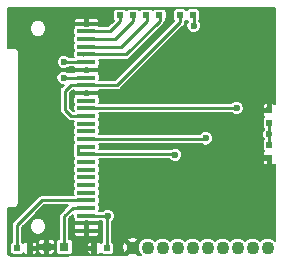
<source format=gbr>
G04 #@! TF.GenerationSoftware,KiCad,Pcbnew,(5.0.1-3-g963ef8bb5)*
G04 #@! TF.CreationDate,2019-06-18T14:48:21-10:00*
G04 #@! TF.ProjectId,OpenHAK_Display,4F70656E48414B5F446973706C61792E,rev?*
G04 #@! TF.SameCoordinates,Original*
G04 #@! TF.FileFunction,Copper,L2,Bot,Signal*
G04 #@! TF.FilePolarity,Positive*
%FSLAX46Y46*%
G04 Gerber Fmt 4.6, Leading zero omitted, Abs format (unit mm)*
G04 Created by KiCad (PCBNEW (5.0.1-3-g963ef8bb5)) date Tuesday, June 18, 2019 at 02:48:21 PM*
%MOMM*%
%LPD*%
G01*
G04 APERTURE LIST*
G04 #@! TA.AperFunction,ComponentPad*
%ADD10C,1.100000*%
G04 #@! TD*
G04 #@! TA.AperFunction,SMDPad,CuDef*
%ADD11R,1.600000X0.350000*%
G04 #@! TD*
G04 #@! TA.AperFunction,SMDPad,CuDef*
%ADD12R,0.600000X0.500000*%
G04 #@! TD*
G04 #@! TA.AperFunction,SMDPad,CuDef*
%ADD13R,0.500000X0.600000*%
G04 #@! TD*
G04 #@! TA.AperFunction,SMDPad,CuDef*
%ADD14R,0.800000X0.750000*%
G04 #@! TD*
G04 #@! TA.AperFunction,ViaPad*
%ADD15C,0.600000*%
G04 #@! TD*
G04 #@! TA.AperFunction,Conductor*
%ADD16C,0.254000*%
G04 #@! TD*
G04 #@! TA.AperFunction,Conductor*
%ADD17C,0.250000*%
G04 #@! TD*
G04 #@! TA.AperFunction,Conductor*
%ADD18C,0.200000*%
G04 #@! TD*
G04 APERTURE END LIST*
D10*
G04 #@! TO.P,P1,10*
G04 #@! TO.N,Net-(P1-Pad10)*
X139541338Y-111940542D03*
G04 #@! TO.P,P1,9*
G04 #@! TO.N,Net-(P1-Pad9)*
X138271338Y-111940542D03*
G04 #@! TO.P,P1,8*
G04 #@! TO.N,/OLED_RST*
X137001338Y-111940542D03*
G04 #@! TO.P,P1,7*
G04 #@! TO.N,Net-(P1-Pad7)*
X135731338Y-111940542D03*
G04 #@! TO.P,P1,6*
G04 #@! TO.N,/SCL*
X134461338Y-111940542D03*
G04 #@! TO.P,P1,5*
G04 #@! TO.N,Net-(P1-Pad5)*
X133191338Y-111940542D03*
G04 #@! TO.P,P1,4*
G04 #@! TO.N,/SDA*
X131921338Y-111940542D03*
G04 #@! TO.P,P1,3*
G04 #@! TO.N,Net-(P1-Pad3)*
X130651338Y-111940542D03*
G04 #@! TO.P,P1,2*
G04 #@! TO.N,+3V3*
X129381338Y-111940542D03*
G04 #@! TO.P,P1,1*
G04 #@! TO.N,GND*
X128111338Y-111940542D03*
G04 #@! TD*
D11*
G04 #@! TO.P,LCD1,1*
G04 #@! TO.N,GND*
X124212752Y-92981959D03*
G04 #@! TO.P,LCD1,2*
G04 #@! TO.N,Net-(C1-Pad1)*
X124212752Y-93631959D03*
G04 #@! TO.P,LCD1,3*
G04 #@! TO.N,Net-(C1-Pad2)*
X124212752Y-94281959D03*
G04 #@! TO.P,LCD1,4*
G04 #@! TO.N,Net-(C2-Pad1)*
X124212752Y-94931959D03*
G04 #@! TO.P,LCD1,5*
G04 #@! TO.N,Net-(C2-Pad2)*
X124212752Y-95581959D03*
G04 #@! TO.P,LCD1,6*
G04 #@! TO.N,+3V3*
X124212752Y-96231959D03*
G04 #@! TO.P,LCD1,7*
G04 #@! TO.N,GND*
X124212752Y-96881959D03*
G04 #@! TO.P,LCD1,8*
G04 #@! TO.N,+3V3*
X124212752Y-97531959D03*
G04 #@! TO.P,LCD1,9*
G04 #@! TO.N,Net-(LCD1-Pad13)*
X124212752Y-98181959D03*
G04 #@! TO.P,LCD1,10*
G04 #@! TO.N,GND*
X124212752Y-98831959D03*
G04 #@! TO.P,LCD1,11*
G04 #@! TO.N,Net-(LCD1-Pad11)*
X124212752Y-99481959D03*
G04 #@! TO.P,LCD1,12*
G04 #@! TO.N,/OLED_RST*
X124212752Y-100131959D03*
G04 #@! TO.P,LCD1,13*
G04 #@! TO.N,Net-(LCD1-Pad13)*
X124212752Y-100781959D03*
G04 #@! TO.P,LCD1,14*
G04 #@! TO.N,Net-(LCD1-Pad14)*
X124212752Y-101431959D03*
G04 #@! TO.P,LCD1,15*
G04 #@! TO.N,Net-(LCD1-Pad15)*
X124212752Y-102081959D03*
G04 #@! TO.P,LCD1,16*
G04 #@! TO.N,/SCL*
X124212752Y-102731959D03*
G04 #@! TO.P,LCD1,17*
G04 #@! TO.N,/SDA*
X124212752Y-103381959D03*
G04 #@! TO.P,LCD1,18*
X124212752Y-104031959D03*
G04 #@! TO.P,LCD1,19*
G04 #@! TO.N,Net-(LCD1-Pad19)*
X124212752Y-104681959D03*
G04 #@! TO.P,LCD1,20*
G04 #@! TO.N,Net-(LCD1-Pad20)*
X124212752Y-105331959D03*
G04 #@! TO.P,LCD1,21*
G04 #@! TO.N,Net-(LCD1-Pad21)*
X124212752Y-105981959D03*
G04 #@! TO.P,LCD1,22*
G04 #@! TO.N,Net-(LCD1-Pad22)*
X124212752Y-106631959D03*
G04 #@! TO.P,LCD1,23*
G04 #@! TO.N,Net-(LCD1-Pad23)*
X124212752Y-107281959D03*
G04 #@! TO.P,LCD1,24*
G04 #@! TO.N,Net-(LCD1-Pad24)*
X124212752Y-107931959D03*
G04 #@! TO.P,LCD1,25*
G04 #@! TO.N,Net-(C3-Pad2)*
X124212752Y-108581959D03*
G04 #@! TO.P,LCD1,26*
G04 #@! TO.N,/VCC*
X124212752Y-109231959D03*
G04 #@! TO.P,LCD1,27*
G04 #@! TO.N,GND*
X124212752Y-109881959D03*
G04 #@! TO.P,LCD1,28*
X124212752Y-110531959D03*
G04 #@! TD*
D12*
G04 #@! TO.P,C1,2*
G04 #@! TO.N,Net-(C1-Pad2)*
X128161338Y-92251000D03*
G04 #@! TO.P,C1,1*
G04 #@! TO.N,Net-(C1-Pad1)*
X127061338Y-92251000D03*
G04 #@! TD*
G04 #@! TO.P,C2,1*
G04 #@! TO.N,Net-(C2-Pad1)*
X129291338Y-92251000D03*
G04 #@! TO.P,C2,2*
G04 #@! TO.N,Net-(C2-Pad2)*
X130391338Y-92251000D03*
G04 #@! TD*
G04 #@! TO.P,C4,1*
G04 #@! TO.N,/VCC*
X125955000Y-111970542D03*
G04 #@! TO.P,C4,2*
G04 #@! TO.N,GND*
X124855000Y-111970542D03*
G04 #@! TD*
D13*
G04 #@! TO.P,C5,2*
G04 #@! TO.N,GND*
X139691338Y-100315542D03*
G04 #@! TO.P,C5,1*
G04 #@! TO.N,+3V3*
X139691338Y-101415542D03*
G04 #@! TD*
G04 #@! TO.P,C6,1*
G04 #@! TO.N,+3V3*
X139686338Y-103245542D03*
G04 #@! TO.P,C6,2*
G04 #@! TO.N,GND*
X139686338Y-104345542D03*
G04 #@! TD*
D12*
G04 #@! TO.P,R1,1*
G04 #@! TO.N,Net-(LCD1-Pad24)*
X118331338Y-111980542D03*
G04 #@! TO.P,R1,2*
G04 #@! TO.N,GND*
X119431338Y-111980542D03*
G04 #@! TD*
G04 #@! TO.P,R2,2*
G04 #@! TO.N,Net-(LCD1-Pad13)*
X132145000Y-92241000D03*
G04 #@! TO.P,R2,1*
G04 #@! TO.N,+3V3*
X133245000Y-92241000D03*
G04 #@! TD*
D14*
G04 #@! TO.P,C3,1*
G04 #@! TO.N,GND*
X120845000Y-111861000D03*
G04 #@! TO.P,C3,2*
G04 #@! TO.N,Net-(C3-Pad2)*
X122345000Y-111861000D03*
G04 #@! TD*
D15*
G04 #@! TO.N,+3V3*
X122271338Y-97540542D03*
X122281338Y-96220542D03*
X139696337Y-102325542D03*
X133274998Y-93161000D03*
G04 #@! TO.N,/OLED_RST*
X136916338Y-100115542D03*
G04 #@! TO.N,/SCL*
X134316338Y-102690542D03*
G04 #@! TO.N,/SDA*
X131716338Y-104065542D03*
G04 #@! TO.N,/VCC*
X126005000Y-109261000D03*
G04 #@! TD*
D16*
G04 #@! TO.N,Net-(C1-Pad2)*
X123931952Y-94287559D02*
X123912552Y-94306959D01*
D17*
X126644041Y-94281959D02*
X125262752Y-94281959D01*
X125262752Y-94281959D02*
X124212752Y-94281959D01*
X128185000Y-92741000D02*
X126644041Y-94281959D01*
X128185000Y-92241000D02*
X128185000Y-92741000D01*
G04 #@! TO.N,Net-(C1-Pad1)*
X125262752Y-93631958D02*
X124212752Y-93631958D01*
X127065000Y-92781000D02*
X126214042Y-93631958D01*
X126214042Y-93631958D02*
X125262752Y-93631958D01*
X127065000Y-92221000D02*
X127065000Y-92781000D01*
D16*
G04 #@! TO.N,Net-(C2-Pad2)*
X123931952Y-95587559D02*
X123922552Y-95596959D01*
D17*
X125262752Y-95581960D02*
X124212752Y-95581960D01*
X127574040Y-95581960D02*
X125262752Y-95581960D01*
X130405000Y-92751000D02*
X127574040Y-95581960D01*
X130405000Y-92231000D02*
X130405000Y-92751000D01*
G04 #@! TO.N,Net-(C2-Pad1)*
X127144041Y-94931959D02*
X125262752Y-94931959D01*
X125262752Y-94931959D02*
X124212752Y-94931959D01*
X129295000Y-92781000D02*
X127144041Y-94931959D01*
X129295000Y-92251000D02*
X129295000Y-92781000D01*
D16*
G04 #@! TO.N,Net-(C3-Pad2)*
X123926351Y-108581958D02*
X123931952Y-108587559D01*
X123512752Y-108581959D02*
X123926351Y-108581958D01*
D17*
X122345000Y-111861000D02*
X122345000Y-109291000D01*
X123054041Y-108581959D02*
X124212752Y-108581959D01*
X122345000Y-109291000D02*
X123054041Y-108581959D01*
G04 #@! TO.N,+3V3*
X122279921Y-97531959D02*
X122271338Y-97540542D01*
X124212752Y-97531959D02*
X122279921Y-97531959D01*
X122292755Y-96231959D02*
X122281338Y-96220542D01*
X124212752Y-96231959D02*
X122292755Y-96231959D01*
D16*
X139686338Y-102335542D02*
X139696337Y-102325542D01*
X139686338Y-103245542D02*
X139686338Y-102335542D01*
X139691338Y-102320542D02*
X139696337Y-102325542D01*
X139691338Y-101415542D02*
X139691338Y-102320542D01*
D17*
X133274998Y-92736736D02*
X133274998Y-93161000D01*
X133275000Y-92221000D02*
X133274998Y-92221002D01*
X133274998Y-92221002D02*
X133274998Y-92736736D01*
G04 #@! TO.N,Net-(LCD1-Pad13)*
X125262752Y-98181959D02*
X124212752Y-98181959D01*
X126794041Y-98181959D02*
X125262752Y-98181959D01*
X132145000Y-92831000D02*
X126794041Y-98181959D01*
X132145000Y-92231000D02*
X132145000Y-92831000D01*
X122859921Y-98181959D02*
X124212752Y-98181959D01*
X122405000Y-98636880D02*
X122859921Y-98181959D01*
X122405000Y-100264204D02*
X122405000Y-98636880D01*
X122922755Y-100781959D02*
X122405000Y-100264204D01*
X124212752Y-100781959D02*
X122922755Y-100781959D01*
G04 #@! TO.N,/OLED_RST*
X124212751Y-100131959D02*
X136899922Y-100131959D01*
X136899922Y-100131959D02*
X136916338Y-100115542D01*
G04 #@! TO.N,/SCL*
X134274921Y-102731959D02*
X134316338Y-102690542D01*
X124212752Y-102731959D02*
X134274921Y-102731959D01*
D16*
G04 #@! TO.N,/SDA*
X123512751Y-103381960D02*
X123512752Y-104031959D01*
D17*
X131682755Y-104031959D02*
X131716338Y-104065542D01*
X124212752Y-104031959D02*
X131682755Y-104031959D01*
G04 #@! TO.N,Net-(LCD1-Pad24)*
X118331338Y-111980542D02*
X118331338Y-110040542D01*
X120439921Y-107931959D02*
X124212752Y-107931958D01*
X118331338Y-110040542D02*
X120439921Y-107931959D01*
G04 #@! TO.N,/VCC*
X124241793Y-109261000D02*
X124212752Y-109231959D01*
X126005000Y-109261000D02*
X124241793Y-109261000D01*
X125955000Y-109311000D02*
X126005000Y-109261000D01*
X125955000Y-111970542D02*
X125955000Y-109311000D01*
G04 #@! TD*
D18*
G04 #@! TO.N,GND*
G36*
X140086363Y-91631845D02*
X140124532Y-91657348D01*
X140150035Y-91695517D01*
X140166339Y-91777484D01*
X140166339Y-99816278D01*
X140111274Y-99761214D01*
X140001011Y-99715542D01*
X139891338Y-99715542D01*
X139816338Y-99790542D01*
X139816338Y-100165542D01*
X139861338Y-100165542D01*
X139861338Y-100465542D01*
X139816338Y-100465542D01*
X139816338Y-100485542D01*
X139566338Y-100485542D01*
X139566338Y-100465542D01*
X139216338Y-100465542D01*
X139141338Y-100540542D01*
X139141338Y-100675216D01*
X139187010Y-100785479D01*
X139270451Y-100868919D01*
X139225050Y-100899254D01*
X139158745Y-100998488D01*
X139135461Y-101115542D01*
X139135461Y-101715542D01*
X139158745Y-101832596D01*
X139225050Y-101931830D01*
X139234923Y-101938427D01*
X139187681Y-101985669D01*
X139096337Y-102206195D01*
X139096337Y-102444889D01*
X139187681Y-102665415D01*
X139238915Y-102716649D01*
X139220050Y-102729254D01*
X139153745Y-102828488D01*
X139130461Y-102945542D01*
X139130461Y-103545542D01*
X139153745Y-103662596D01*
X139220050Y-103761830D01*
X139265451Y-103792165D01*
X139182010Y-103875605D01*
X139136338Y-103985868D01*
X139136338Y-104120542D01*
X139211338Y-104195542D01*
X139561338Y-104195542D01*
X139561338Y-104175542D01*
X139811338Y-104175542D01*
X139811338Y-104195542D01*
X139856338Y-104195542D01*
X139856338Y-104495542D01*
X139811338Y-104495542D01*
X139811338Y-104870542D01*
X139886338Y-104945542D01*
X139996011Y-104945542D01*
X140106274Y-104899870D01*
X140166338Y-104839806D01*
X140166338Y-111363461D01*
X140022824Y-111219947D01*
X139710413Y-111090542D01*
X139372263Y-111090542D01*
X139059852Y-111219947D01*
X138906338Y-111373461D01*
X138752824Y-111219947D01*
X138440413Y-111090542D01*
X138102263Y-111090542D01*
X137789852Y-111219947D01*
X137636338Y-111373461D01*
X137482824Y-111219947D01*
X137170413Y-111090542D01*
X136832263Y-111090542D01*
X136519852Y-111219947D01*
X136366338Y-111373461D01*
X136212824Y-111219947D01*
X135900413Y-111090542D01*
X135562263Y-111090542D01*
X135249852Y-111219947D01*
X135096338Y-111373461D01*
X134942824Y-111219947D01*
X134630413Y-111090542D01*
X134292263Y-111090542D01*
X133979852Y-111219947D01*
X133826338Y-111373461D01*
X133672824Y-111219947D01*
X133360413Y-111090542D01*
X133022263Y-111090542D01*
X132709852Y-111219947D01*
X132556338Y-111373461D01*
X132402824Y-111219947D01*
X132090413Y-111090542D01*
X131752263Y-111090542D01*
X131439852Y-111219947D01*
X131286338Y-111373461D01*
X131132824Y-111219947D01*
X130820413Y-111090542D01*
X130482263Y-111090542D01*
X130169852Y-111219947D01*
X130016338Y-111373461D01*
X129862824Y-111219947D01*
X129550413Y-111090542D01*
X129212263Y-111090542D01*
X128899852Y-111219947D01*
X128660743Y-111459056D01*
X128558769Y-111705243D01*
X128323470Y-111940542D01*
X128558769Y-112175841D01*
X128660743Y-112422028D01*
X128834536Y-112595821D01*
X128554741Y-112596077D01*
X128111338Y-112152674D01*
X127667762Y-112596250D01*
X127668091Y-112596891D01*
X117783193Y-112605957D01*
X117666747Y-112582794D01*
X117620467Y-112551871D01*
X117589544Y-112505592D01*
X117571329Y-112414019D01*
X117571114Y-111730542D01*
X117725461Y-111730542D01*
X117725461Y-112230542D01*
X117748745Y-112347596D01*
X117815050Y-112446830D01*
X117914284Y-112513135D01*
X118031338Y-112536419D01*
X118631338Y-112536419D01*
X118748392Y-112513135D01*
X118847626Y-112446830D01*
X118877961Y-112401429D01*
X118961401Y-112484870D01*
X119071664Y-112530542D01*
X119206338Y-112530542D01*
X119281338Y-112455542D01*
X119281338Y-112105542D01*
X119581338Y-112105542D01*
X119581338Y-112455542D01*
X119656338Y-112530542D01*
X119791012Y-112530542D01*
X119901275Y-112484870D01*
X119985666Y-112400478D01*
X120031338Y-112290215D01*
X120031338Y-112180542D01*
X119956338Y-112105542D01*
X119581338Y-112105542D01*
X119281338Y-112105542D01*
X119261338Y-112105542D01*
X119261338Y-112086000D01*
X120145000Y-112086000D01*
X120145000Y-112295673D01*
X120190672Y-112405936D01*
X120275063Y-112490328D01*
X120385326Y-112536000D01*
X120620000Y-112536000D01*
X120695000Y-112461000D01*
X120695000Y-112011000D01*
X120995000Y-112011000D01*
X120995000Y-112461000D01*
X121070000Y-112536000D01*
X121304674Y-112536000D01*
X121414937Y-112490328D01*
X121499328Y-112405936D01*
X121545000Y-112295673D01*
X121545000Y-112086000D01*
X121470000Y-112011000D01*
X120995000Y-112011000D01*
X120695000Y-112011000D01*
X120220000Y-112011000D01*
X120145000Y-112086000D01*
X119261338Y-112086000D01*
X119261338Y-111855542D01*
X119281338Y-111855542D01*
X119281338Y-111505542D01*
X119581338Y-111505542D01*
X119581338Y-111855542D01*
X119956338Y-111855542D01*
X120031338Y-111780542D01*
X120031338Y-111670869D01*
X119985666Y-111560606D01*
X119901275Y-111476214D01*
X119791012Y-111430542D01*
X119656338Y-111430542D01*
X119581338Y-111505542D01*
X119281338Y-111505542D01*
X119206338Y-111430542D01*
X119071664Y-111430542D01*
X118961401Y-111476214D01*
X118877961Y-111559655D01*
X118847626Y-111514254D01*
X118756338Y-111453258D01*
X118756338Y-111426327D01*
X120145000Y-111426327D01*
X120145000Y-111636000D01*
X120220000Y-111711000D01*
X120695000Y-111711000D01*
X120695000Y-111261000D01*
X120995000Y-111261000D01*
X120995000Y-111711000D01*
X121470000Y-111711000D01*
X121545000Y-111636000D01*
X121545000Y-111426327D01*
X121499328Y-111316064D01*
X121414937Y-111231672D01*
X121304674Y-111186000D01*
X121070000Y-111186000D01*
X120995000Y-111261000D01*
X120695000Y-111261000D01*
X120620000Y-111186000D01*
X120385326Y-111186000D01*
X120275063Y-111231672D01*
X120190672Y-111316064D01*
X120145000Y-111426327D01*
X118756338Y-111426327D01*
X118756338Y-110216582D01*
X118980200Y-109992720D01*
X119412752Y-109992720D01*
X119412752Y-110271198D01*
X119519320Y-110528477D01*
X119716234Y-110725391D01*
X119973513Y-110831959D01*
X120251991Y-110831959D01*
X120509270Y-110725391D01*
X120706184Y-110528477D01*
X120812752Y-110271198D01*
X120812752Y-109992720D01*
X120706184Y-109735441D01*
X120509270Y-109538527D01*
X120251991Y-109431959D01*
X119973513Y-109431959D01*
X119716234Y-109538527D01*
X119519320Y-109735441D01*
X119412752Y-109992720D01*
X118980200Y-109992720D01*
X120615962Y-108356959D01*
X122678001Y-108356958D01*
X122074079Y-108960881D01*
X122038593Y-108984592D01*
X122014882Y-109020078D01*
X121944659Y-109125174D01*
X121911674Y-109291000D01*
X121920001Y-109332862D01*
X121920000Y-111185096D01*
X121827946Y-111203407D01*
X121728712Y-111269712D01*
X121662407Y-111368946D01*
X121639123Y-111486000D01*
X121639123Y-112236000D01*
X121662407Y-112353054D01*
X121728712Y-112452288D01*
X121827946Y-112518593D01*
X121945000Y-112541877D01*
X122745000Y-112541877D01*
X122862054Y-112518593D01*
X122961288Y-112452288D01*
X123027593Y-112353054D01*
X123050877Y-112236000D01*
X123050877Y-112170542D01*
X124255000Y-112170542D01*
X124255000Y-112280215D01*
X124300672Y-112390478D01*
X124385063Y-112474870D01*
X124495326Y-112520542D01*
X124630000Y-112520542D01*
X124705000Y-112445542D01*
X124705000Y-112095542D01*
X124330000Y-112095542D01*
X124255000Y-112170542D01*
X123050877Y-112170542D01*
X123050877Y-111660869D01*
X124255000Y-111660869D01*
X124255000Y-111770542D01*
X124330000Y-111845542D01*
X124705000Y-111845542D01*
X124705000Y-111495542D01*
X124630000Y-111420542D01*
X124495326Y-111420542D01*
X124385063Y-111466214D01*
X124300672Y-111550606D01*
X124255000Y-111660869D01*
X123050877Y-111660869D01*
X123050877Y-111486000D01*
X123027593Y-111368946D01*
X122961288Y-111269712D01*
X122862054Y-111203407D01*
X122770000Y-111185096D01*
X122770000Y-110694459D01*
X123112752Y-110694459D01*
X123112752Y-110766633D01*
X123158424Y-110876896D01*
X123242816Y-110961287D01*
X123353079Y-111006959D01*
X123987752Y-111006959D01*
X124062752Y-110931959D01*
X124062752Y-110619459D01*
X124362752Y-110619459D01*
X124362752Y-110931959D01*
X124437752Y-111006959D01*
X125072425Y-111006959D01*
X125182688Y-110961287D01*
X125267080Y-110876896D01*
X125312752Y-110766633D01*
X125312752Y-110694459D01*
X125237752Y-110619459D01*
X124362752Y-110619459D01*
X124062752Y-110619459D01*
X123187752Y-110619459D01*
X123112752Y-110694459D01*
X122770000Y-110694459D01*
X122770000Y-110044459D01*
X123112752Y-110044459D01*
X123112752Y-110116633D01*
X123150166Y-110206959D01*
X123112752Y-110297285D01*
X123112752Y-110369459D01*
X123187752Y-110444459D01*
X124062752Y-110444459D01*
X124062752Y-109969459D01*
X124362752Y-109969459D01*
X124362752Y-110444459D01*
X125237752Y-110444459D01*
X125312752Y-110369459D01*
X125312752Y-110297285D01*
X125275338Y-110206959D01*
X125312752Y-110116633D01*
X125312752Y-110044459D01*
X125237752Y-109969459D01*
X124362752Y-109969459D01*
X124062752Y-109969459D01*
X123187752Y-109969459D01*
X123112752Y-110044459D01*
X122770000Y-110044459D01*
X122770000Y-109467040D01*
X123106875Y-109130166D01*
X123106875Y-109406959D01*
X123130159Y-109524013D01*
X123150934Y-109555105D01*
X123112752Y-109647285D01*
X123112752Y-109719459D01*
X123187752Y-109794459D01*
X124062752Y-109794459D01*
X124062752Y-109712836D01*
X124362752Y-109712836D01*
X124362752Y-109794459D01*
X125237752Y-109794459D01*
X125312752Y-109719459D01*
X125312752Y-109686000D01*
X125530001Y-109686000D01*
X125530000Y-111443258D01*
X125438712Y-111504254D01*
X125408377Y-111549655D01*
X125324937Y-111466214D01*
X125214674Y-111420542D01*
X125080000Y-111420542D01*
X125005000Y-111495542D01*
X125005000Y-111845542D01*
X125025000Y-111845542D01*
X125025000Y-112095542D01*
X125005000Y-112095542D01*
X125005000Y-112445542D01*
X125080000Y-112520542D01*
X125214674Y-112520542D01*
X125324937Y-112474870D01*
X125408377Y-112391429D01*
X125438712Y-112436830D01*
X125537946Y-112503135D01*
X125655000Y-112526419D01*
X126255000Y-112526419D01*
X126372054Y-112503135D01*
X126471288Y-112436830D01*
X126537593Y-112337596D01*
X126560877Y-112220542D01*
X126560877Y-111887135D01*
X127246334Y-111887135D01*
X127291740Y-112222223D01*
X127332616Y-112320907D01*
X127455630Y-112384118D01*
X127899206Y-111940542D01*
X127455630Y-111496966D01*
X127332616Y-111560177D01*
X127246334Y-111887135D01*
X126560877Y-111887135D01*
X126560877Y-111720542D01*
X126537593Y-111603488D01*
X126471288Y-111504254D01*
X126380000Y-111443258D01*
X126380000Y-111284834D01*
X127667762Y-111284834D01*
X128111338Y-111728410D01*
X128554914Y-111284834D01*
X128491703Y-111161820D01*
X128164745Y-111075538D01*
X127829657Y-111120944D01*
X127730973Y-111161820D01*
X127667762Y-111284834D01*
X126380000Y-111284834D01*
X126380000Y-109734529D01*
X126513656Y-109600873D01*
X126605000Y-109380347D01*
X126605000Y-109141653D01*
X126513656Y-108921127D01*
X126344873Y-108752344D01*
X126124347Y-108661000D01*
X125885653Y-108661000D01*
X125665127Y-108752344D01*
X125581471Y-108836000D01*
X125302906Y-108836000D01*
X125318629Y-108756959D01*
X125318629Y-108406959D01*
X125295345Y-108289905D01*
X125273332Y-108256959D01*
X125295345Y-108224013D01*
X125318629Y-108106959D01*
X125318629Y-107756959D01*
X125295345Y-107639905D01*
X125273332Y-107606959D01*
X125295345Y-107574013D01*
X125318629Y-107456959D01*
X125318629Y-107106959D01*
X125295345Y-106989905D01*
X125273332Y-106956959D01*
X125295345Y-106924013D01*
X125318629Y-106806959D01*
X125318629Y-106456959D01*
X125295345Y-106339905D01*
X125273332Y-106306959D01*
X125295345Y-106274013D01*
X125318629Y-106156959D01*
X125318629Y-105806959D01*
X125295345Y-105689905D01*
X125273332Y-105656959D01*
X125295345Y-105624013D01*
X125318629Y-105506959D01*
X125318629Y-105156959D01*
X125295345Y-105039905D01*
X125273332Y-105006959D01*
X125295345Y-104974013D01*
X125318629Y-104856959D01*
X125318629Y-104506959D01*
X125308683Y-104456959D01*
X131259226Y-104456959D01*
X131376465Y-104574198D01*
X131596991Y-104665542D01*
X131835685Y-104665542D01*
X132056211Y-104574198D01*
X132059867Y-104570542D01*
X139136338Y-104570542D01*
X139136338Y-104705216D01*
X139182010Y-104815479D01*
X139266402Y-104899870D01*
X139376665Y-104945542D01*
X139486338Y-104945542D01*
X139561338Y-104870542D01*
X139561338Y-104495542D01*
X139211338Y-104495542D01*
X139136338Y-104570542D01*
X132059867Y-104570542D01*
X132224994Y-104405415D01*
X132316338Y-104184889D01*
X132316338Y-103946195D01*
X132224994Y-103725669D01*
X132056211Y-103556886D01*
X131835685Y-103465542D01*
X131596991Y-103465542D01*
X131376465Y-103556886D01*
X131326392Y-103606959D01*
X125308683Y-103606959D01*
X125318629Y-103556959D01*
X125318629Y-103206959D01*
X125308683Y-103156959D01*
X133934226Y-103156959D01*
X133976465Y-103199198D01*
X134196991Y-103290542D01*
X134435685Y-103290542D01*
X134656211Y-103199198D01*
X134824994Y-103030415D01*
X134916338Y-102809889D01*
X134916338Y-102571195D01*
X134824994Y-102350669D01*
X134656211Y-102181886D01*
X134435685Y-102090542D01*
X134196991Y-102090542D01*
X133976465Y-102181886D01*
X133851392Y-102306959D01*
X125308683Y-102306959D01*
X125318629Y-102256959D01*
X125318629Y-101906959D01*
X125295345Y-101789905D01*
X125273332Y-101756959D01*
X125295345Y-101724013D01*
X125318629Y-101606959D01*
X125318629Y-101256959D01*
X125295345Y-101139905D01*
X125273332Y-101106959D01*
X125295345Y-101074013D01*
X125318629Y-100956959D01*
X125318629Y-100606959D01*
X125308683Y-100556959D01*
X136509226Y-100556959D01*
X136576465Y-100624198D01*
X136796991Y-100715542D01*
X137035685Y-100715542D01*
X137256211Y-100624198D01*
X137424994Y-100455415D01*
X137516338Y-100234889D01*
X137516338Y-99996195D01*
X137499635Y-99955868D01*
X139141338Y-99955868D01*
X139141338Y-100090542D01*
X139216338Y-100165542D01*
X139566338Y-100165542D01*
X139566338Y-99790542D01*
X139491338Y-99715542D01*
X139381665Y-99715542D01*
X139271402Y-99761214D01*
X139187010Y-99845605D01*
X139141338Y-99955868D01*
X137499635Y-99955868D01*
X137424994Y-99775669D01*
X137256211Y-99606886D01*
X137035685Y-99515542D01*
X136796991Y-99515542D01*
X136576465Y-99606886D01*
X136476392Y-99706959D01*
X125308683Y-99706959D01*
X125318629Y-99656959D01*
X125318629Y-99306959D01*
X125295345Y-99189905D01*
X125274570Y-99158813D01*
X125312752Y-99066633D01*
X125312752Y-98994459D01*
X125237752Y-98919459D01*
X124362752Y-98919459D01*
X124362752Y-99001082D01*
X124062752Y-99001082D01*
X124062752Y-98919459D01*
X123187752Y-98919459D01*
X123112752Y-98994459D01*
X123112752Y-99066633D01*
X123150934Y-99158813D01*
X123130159Y-99189905D01*
X123106875Y-99306959D01*
X123106875Y-99656959D01*
X123130159Y-99774013D01*
X123152172Y-99806959D01*
X123130159Y-99839905D01*
X123106875Y-99956959D01*
X123106875Y-100306959D01*
X123116821Y-100356959D01*
X123098796Y-100356959D01*
X122830000Y-100088164D01*
X122830000Y-98812920D01*
X123035962Y-98606959D01*
X123112752Y-98606959D01*
X123112752Y-98669459D01*
X123187752Y-98744459D01*
X124062752Y-98744459D01*
X124062752Y-98662836D01*
X124362752Y-98662836D01*
X124362752Y-98744459D01*
X125237752Y-98744459D01*
X125312752Y-98669459D01*
X125312752Y-98606959D01*
X126752184Y-98606959D01*
X126794041Y-98615285D01*
X126835898Y-98606959D01*
X126835899Y-98606959D01*
X126959868Y-98582300D01*
X127100449Y-98488367D01*
X127124162Y-98452878D01*
X132415922Y-93161119D01*
X132451408Y-93137408D01*
X132545341Y-92996827D01*
X132570000Y-92872858D01*
X132578326Y-92831000D01*
X132570000Y-92789143D01*
X132570000Y-92768284D01*
X132661288Y-92707288D01*
X132695000Y-92656834D01*
X132728712Y-92707288D01*
X132819512Y-92767957D01*
X132766342Y-92821127D01*
X132674998Y-93041653D01*
X132674998Y-93280347D01*
X132766342Y-93500873D01*
X132935125Y-93669656D01*
X133155651Y-93761000D01*
X133394345Y-93761000D01*
X133614871Y-93669656D01*
X133783654Y-93500873D01*
X133874998Y-93280347D01*
X133874998Y-93041653D01*
X133783654Y-92821127D01*
X133706454Y-92743927D01*
X133761288Y-92707288D01*
X133827593Y-92608054D01*
X133850877Y-92491000D01*
X133850877Y-91991000D01*
X133827593Y-91873946D01*
X133761288Y-91774712D01*
X133662054Y-91708407D01*
X133545000Y-91685123D01*
X132945000Y-91685123D01*
X132827946Y-91708407D01*
X132728712Y-91774712D01*
X132695000Y-91825166D01*
X132661288Y-91774712D01*
X132562054Y-91708407D01*
X132445000Y-91685123D01*
X131845000Y-91685123D01*
X131727946Y-91708407D01*
X131628712Y-91774712D01*
X131562407Y-91873946D01*
X131539123Y-91991000D01*
X131539123Y-92491000D01*
X131562407Y-92608054D01*
X131628712Y-92707288D01*
X131652066Y-92722893D01*
X126618001Y-97756959D01*
X125308683Y-97756959D01*
X125318629Y-97706959D01*
X125318629Y-97356959D01*
X125295345Y-97239905D01*
X125274570Y-97208813D01*
X125312752Y-97116633D01*
X125312752Y-97044459D01*
X125237752Y-96969459D01*
X124362752Y-96969459D01*
X124362752Y-97051082D01*
X124062752Y-97051082D01*
X124062752Y-96969459D01*
X123187752Y-96969459D01*
X123112752Y-97044459D01*
X123112752Y-97106959D01*
X122686284Y-97106959D01*
X122611211Y-97031886D01*
X122390685Y-96940542D01*
X122151991Y-96940542D01*
X121931465Y-97031886D01*
X121762682Y-97200669D01*
X121671338Y-97421195D01*
X121671338Y-97659889D01*
X121762682Y-97880415D01*
X121931465Y-98049198D01*
X122151991Y-98140542D01*
X122300298Y-98140542D01*
X122134078Y-98306761D01*
X122098593Y-98330472D01*
X122074882Y-98365958D01*
X122004659Y-98471054D01*
X121971674Y-98636880D01*
X121980001Y-98678742D01*
X121980000Y-100222346D01*
X121971674Y-100264204D01*
X121980000Y-100306061D01*
X122004659Y-100430030D01*
X122098592Y-100570612D01*
X122134080Y-100594325D01*
X122592636Y-101052881D01*
X122616347Y-101088367D01*
X122693479Y-101139905D01*
X122756928Y-101182300D01*
X122922754Y-101215285D01*
X122964612Y-101206959D01*
X123116821Y-101206959D01*
X123106875Y-101256959D01*
X123106875Y-101606959D01*
X123130159Y-101724013D01*
X123152172Y-101756959D01*
X123130159Y-101789905D01*
X123106875Y-101906959D01*
X123106875Y-102256959D01*
X123130159Y-102374013D01*
X123152172Y-102406959D01*
X123130159Y-102439905D01*
X123106875Y-102556959D01*
X123106875Y-102906959D01*
X123130159Y-103024013D01*
X123152172Y-103056959D01*
X123130159Y-103089905D01*
X123106875Y-103206959D01*
X123106875Y-103233709D01*
X123085751Y-103339907D01*
X123085753Y-104074013D01*
X123106875Y-104180201D01*
X123106875Y-104206959D01*
X123130159Y-104324013D01*
X123152172Y-104356959D01*
X123130159Y-104389905D01*
X123106875Y-104506959D01*
X123106875Y-104856959D01*
X123130159Y-104974013D01*
X123152172Y-105006959D01*
X123130159Y-105039905D01*
X123106875Y-105156959D01*
X123106875Y-105506959D01*
X123130159Y-105624013D01*
X123152172Y-105656959D01*
X123130159Y-105689905D01*
X123106875Y-105806959D01*
X123106875Y-106156959D01*
X123130159Y-106274013D01*
X123152172Y-106306959D01*
X123130159Y-106339905D01*
X123106875Y-106456959D01*
X123106875Y-106806959D01*
X123130159Y-106924013D01*
X123152172Y-106956959D01*
X123130159Y-106989905D01*
X123106875Y-107106959D01*
X123106875Y-107456959D01*
X123116821Y-107506959D01*
X120481783Y-107506960D01*
X120439921Y-107498633D01*
X120274094Y-107531618D01*
X120168998Y-107601841D01*
X120168996Y-107601843D01*
X120133513Y-107625552D01*
X120109804Y-107661035D01*
X118060417Y-109710423D01*
X118024931Y-109734134D01*
X118001220Y-109769620D01*
X117930997Y-109874716D01*
X117898012Y-110040542D01*
X117906339Y-110082404D01*
X117906338Y-111453258D01*
X117815050Y-111514254D01*
X117748745Y-111613488D01*
X117725461Y-111730542D01*
X117571114Y-111730542D01*
X117570118Y-108565808D01*
X118055857Y-108565560D01*
X118095000Y-108573346D01*
X118241316Y-108544242D01*
X118365359Y-108461359D01*
X118448242Y-108337317D01*
X118470000Y-108227931D01*
X118470000Y-108208912D01*
X118473683Y-108190347D01*
X118470000Y-108171880D01*
X118470000Y-96101195D01*
X121681338Y-96101195D01*
X121681338Y-96339889D01*
X121772682Y-96560415D01*
X121941465Y-96729198D01*
X122161991Y-96820542D01*
X122400685Y-96820542D01*
X122621211Y-96729198D01*
X122693450Y-96656959D01*
X123112752Y-96656959D01*
X123112752Y-96719459D01*
X123187752Y-96794459D01*
X124062752Y-96794459D01*
X124062752Y-96712836D01*
X124362752Y-96712836D01*
X124362752Y-96794459D01*
X125237752Y-96794459D01*
X125312752Y-96719459D01*
X125312752Y-96647285D01*
X125274570Y-96555105D01*
X125295345Y-96524013D01*
X125318629Y-96406959D01*
X125318629Y-96056959D01*
X125308683Y-96006960D01*
X127532183Y-96006960D01*
X127574040Y-96015286D01*
X127615897Y-96006960D01*
X127615898Y-96006960D01*
X127739867Y-95982301D01*
X127880448Y-95888368D01*
X127904161Y-95852879D01*
X130675922Y-93081119D01*
X130711408Y-93057408D01*
X130805341Y-92916827D01*
X130824709Y-92819459D01*
X130835438Y-92765522D01*
X130907626Y-92717288D01*
X130973931Y-92618054D01*
X130997215Y-92501000D01*
X130997215Y-92001000D01*
X130973931Y-91883946D01*
X130907626Y-91784712D01*
X130808392Y-91718407D01*
X130691338Y-91695123D01*
X130091338Y-91695123D01*
X129974284Y-91718407D01*
X129875050Y-91784712D01*
X129841338Y-91835166D01*
X129807626Y-91784712D01*
X129708392Y-91718407D01*
X129591338Y-91695123D01*
X128991338Y-91695123D01*
X128874284Y-91718407D01*
X128775050Y-91784712D01*
X128726338Y-91857616D01*
X128677626Y-91784712D01*
X128578392Y-91718407D01*
X128461338Y-91695123D01*
X127861338Y-91695123D01*
X127744284Y-91718407D01*
X127645050Y-91784712D01*
X127611338Y-91835166D01*
X127577626Y-91784712D01*
X127478392Y-91718407D01*
X127361338Y-91695123D01*
X126761338Y-91695123D01*
X126644284Y-91718407D01*
X126545050Y-91784712D01*
X126478745Y-91883946D01*
X126455461Y-92001000D01*
X126455461Y-92501000D01*
X126478745Y-92618054D01*
X126538089Y-92706870D01*
X126038002Y-93206958D01*
X125312752Y-93206958D01*
X125312752Y-93144459D01*
X125237752Y-93069459D01*
X124362752Y-93069459D01*
X124362752Y-93151082D01*
X124062752Y-93151082D01*
X124062752Y-93069459D01*
X123187752Y-93069459D01*
X123112752Y-93144459D01*
X123112752Y-93216633D01*
X123150934Y-93308813D01*
X123130159Y-93339905D01*
X123106875Y-93456959D01*
X123106875Y-93806959D01*
X123130159Y-93924013D01*
X123152172Y-93956959D01*
X123130159Y-93989905D01*
X123106875Y-94106959D01*
X123106875Y-94456959D01*
X123130159Y-94574013D01*
X123152172Y-94606959D01*
X123130159Y-94639905D01*
X123106875Y-94756959D01*
X123106875Y-95106959D01*
X123130159Y-95224013D01*
X123152172Y-95256959D01*
X123130159Y-95289905D01*
X123106875Y-95406959D01*
X123106875Y-95756959D01*
X123116821Y-95806959D01*
X122716284Y-95806959D01*
X122621211Y-95711886D01*
X122400685Y-95620542D01*
X122161991Y-95620542D01*
X121941465Y-95711886D01*
X121772682Y-95880669D01*
X121681338Y-96101195D01*
X118470000Y-96101195D01*
X118470000Y-95408914D01*
X118473683Y-95390349D01*
X118470000Y-95371882D01*
X118470000Y-95354069D01*
X118448242Y-95244683D01*
X118365359Y-95120641D01*
X118241317Y-95037758D01*
X118095000Y-95008654D01*
X118060290Y-95015558D01*
X117560000Y-95015811D01*
X117560000Y-93242720D01*
X119412752Y-93242720D01*
X119412752Y-93521198D01*
X119519320Y-93778477D01*
X119716234Y-93975391D01*
X119973513Y-94081959D01*
X120251991Y-94081959D01*
X120509270Y-93975391D01*
X120706184Y-93778477D01*
X120812752Y-93521198D01*
X120812752Y-93242720D01*
X120706184Y-92985441D01*
X120509270Y-92788527D01*
X120409703Y-92747285D01*
X123112752Y-92747285D01*
X123112752Y-92819459D01*
X123187752Y-92894459D01*
X124062752Y-92894459D01*
X124062752Y-92581959D01*
X124362752Y-92581959D01*
X124362752Y-92894459D01*
X125237752Y-92894459D01*
X125312752Y-92819459D01*
X125312752Y-92747285D01*
X125267080Y-92637022D01*
X125182688Y-92552631D01*
X125072425Y-92506959D01*
X124437752Y-92506959D01*
X124362752Y-92581959D01*
X124062752Y-92581959D01*
X123987752Y-92506959D01*
X123353079Y-92506959D01*
X123242816Y-92552631D01*
X123158424Y-92637022D01*
X123112752Y-92747285D01*
X120409703Y-92747285D01*
X120251991Y-92681959D01*
X119973513Y-92681959D01*
X119716234Y-92788527D01*
X119519320Y-92985441D01*
X119412752Y-93242720D01*
X117560000Y-93242720D01*
X117560000Y-91777478D01*
X117576303Y-91695517D01*
X117601806Y-91657348D01*
X117639975Y-91631845D01*
X117719640Y-91615999D01*
X140004405Y-91615543D01*
X140086363Y-91631845D01*
X140086363Y-91631845D01*
G37*
X140086363Y-91631845D02*
X140124532Y-91657348D01*
X140150035Y-91695517D01*
X140166339Y-91777484D01*
X140166339Y-99816278D01*
X140111274Y-99761214D01*
X140001011Y-99715542D01*
X139891338Y-99715542D01*
X139816338Y-99790542D01*
X139816338Y-100165542D01*
X139861338Y-100165542D01*
X139861338Y-100465542D01*
X139816338Y-100465542D01*
X139816338Y-100485542D01*
X139566338Y-100485542D01*
X139566338Y-100465542D01*
X139216338Y-100465542D01*
X139141338Y-100540542D01*
X139141338Y-100675216D01*
X139187010Y-100785479D01*
X139270451Y-100868919D01*
X139225050Y-100899254D01*
X139158745Y-100998488D01*
X139135461Y-101115542D01*
X139135461Y-101715542D01*
X139158745Y-101832596D01*
X139225050Y-101931830D01*
X139234923Y-101938427D01*
X139187681Y-101985669D01*
X139096337Y-102206195D01*
X139096337Y-102444889D01*
X139187681Y-102665415D01*
X139238915Y-102716649D01*
X139220050Y-102729254D01*
X139153745Y-102828488D01*
X139130461Y-102945542D01*
X139130461Y-103545542D01*
X139153745Y-103662596D01*
X139220050Y-103761830D01*
X139265451Y-103792165D01*
X139182010Y-103875605D01*
X139136338Y-103985868D01*
X139136338Y-104120542D01*
X139211338Y-104195542D01*
X139561338Y-104195542D01*
X139561338Y-104175542D01*
X139811338Y-104175542D01*
X139811338Y-104195542D01*
X139856338Y-104195542D01*
X139856338Y-104495542D01*
X139811338Y-104495542D01*
X139811338Y-104870542D01*
X139886338Y-104945542D01*
X139996011Y-104945542D01*
X140106274Y-104899870D01*
X140166338Y-104839806D01*
X140166338Y-111363461D01*
X140022824Y-111219947D01*
X139710413Y-111090542D01*
X139372263Y-111090542D01*
X139059852Y-111219947D01*
X138906338Y-111373461D01*
X138752824Y-111219947D01*
X138440413Y-111090542D01*
X138102263Y-111090542D01*
X137789852Y-111219947D01*
X137636338Y-111373461D01*
X137482824Y-111219947D01*
X137170413Y-111090542D01*
X136832263Y-111090542D01*
X136519852Y-111219947D01*
X136366338Y-111373461D01*
X136212824Y-111219947D01*
X135900413Y-111090542D01*
X135562263Y-111090542D01*
X135249852Y-111219947D01*
X135096338Y-111373461D01*
X134942824Y-111219947D01*
X134630413Y-111090542D01*
X134292263Y-111090542D01*
X133979852Y-111219947D01*
X133826338Y-111373461D01*
X133672824Y-111219947D01*
X133360413Y-111090542D01*
X133022263Y-111090542D01*
X132709852Y-111219947D01*
X132556338Y-111373461D01*
X132402824Y-111219947D01*
X132090413Y-111090542D01*
X131752263Y-111090542D01*
X131439852Y-111219947D01*
X131286338Y-111373461D01*
X131132824Y-111219947D01*
X130820413Y-111090542D01*
X130482263Y-111090542D01*
X130169852Y-111219947D01*
X130016338Y-111373461D01*
X129862824Y-111219947D01*
X129550413Y-111090542D01*
X129212263Y-111090542D01*
X128899852Y-111219947D01*
X128660743Y-111459056D01*
X128558769Y-111705243D01*
X128323470Y-111940542D01*
X128558769Y-112175841D01*
X128660743Y-112422028D01*
X128834536Y-112595821D01*
X128554741Y-112596077D01*
X128111338Y-112152674D01*
X127667762Y-112596250D01*
X127668091Y-112596891D01*
X117783193Y-112605957D01*
X117666747Y-112582794D01*
X117620467Y-112551871D01*
X117589544Y-112505592D01*
X117571329Y-112414019D01*
X117571114Y-111730542D01*
X117725461Y-111730542D01*
X117725461Y-112230542D01*
X117748745Y-112347596D01*
X117815050Y-112446830D01*
X117914284Y-112513135D01*
X118031338Y-112536419D01*
X118631338Y-112536419D01*
X118748392Y-112513135D01*
X118847626Y-112446830D01*
X118877961Y-112401429D01*
X118961401Y-112484870D01*
X119071664Y-112530542D01*
X119206338Y-112530542D01*
X119281338Y-112455542D01*
X119281338Y-112105542D01*
X119581338Y-112105542D01*
X119581338Y-112455542D01*
X119656338Y-112530542D01*
X119791012Y-112530542D01*
X119901275Y-112484870D01*
X119985666Y-112400478D01*
X120031338Y-112290215D01*
X120031338Y-112180542D01*
X119956338Y-112105542D01*
X119581338Y-112105542D01*
X119281338Y-112105542D01*
X119261338Y-112105542D01*
X119261338Y-112086000D01*
X120145000Y-112086000D01*
X120145000Y-112295673D01*
X120190672Y-112405936D01*
X120275063Y-112490328D01*
X120385326Y-112536000D01*
X120620000Y-112536000D01*
X120695000Y-112461000D01*
X120695000Y-112011000D01*
X120995000Y-112011000D01*
X120995000Y-112461000D01*
X121070000Y-112536000D01*
X121304674Y-112536000D01*
X121414937Y-112490328D01*
X121499328Y-112405936D01*
X121545000Y-112295673D01*
X121545000Y-112086000D01*
X121470000Y-112011000D01*
X120995000Y-112011000D01*
X120695000Y-112011000D01*
X120220000Y-112011000D01*
X120145000Y-112086000D01*
X119261338Y-112086000D01*
X119261338Y-111855542D01*
X119281338Y-111855542D01*
X119281338Y-111505542D01*
X119581338Y-111505542D01*
X119581338Y-111855542D01*
X119956338Y-111855542D01*
X120031338Y-111780542D01*
X120031338Y-111670869D01*
X119985666Y-111560606D01*
X119901275Y-111476214D01*
X119791012Y-111430542D01*
X119656338Y-111430542D01*
X119581338Y-111505542D01*
X119281338Y-111505542D01*
X119206338Y-111430542D01*
X119071664Y-111430542D01*
X118961401Y-111476214D01*
X118877961Y-111559655D01*
X118847626Y-111514254D01*
X118756338Y-111453258D01*
X118756338Y-111426327D01*
X120145000Y-111426327D01*
X120145000Y-111636000D01*
X120220000Y-111711000D01*
X120695000Y-111711000D01*
X120695000Y-111261000D01*
X120995000Y-111261000D01*
X120995000Y-111711000D01*
X121470000Y-111711000D01*
X121545000Y-111636000D01*
X121545000Y-111426327D01*
X121499328Y-111316064D01*
X121414937Y-111231672D01*
X121304674Y-111186000D01*
X121070000Y-111186000D01*
X120995000Y-111261000D01*
X120695000Y-111261000D01*
X120620000Y-111186000D01*
X120385326Y-111186000D01*
X120275063Y-111231672D01*
X120190672Y-111316064D01*
X120145000Y-111426327D01*
X118756338Y-111426327D01*
X118756338Y-110216582D01*
X118980200Y-109992720D01*
X119412752Y-109992720D01*
X119412752Y-110271198D01*
X119519320Y-110528477D01*
X119716234Y-110725391D01*
X119973513Y-110831959D01*
X120251991Y-110831959D01*
X120509270Y-110725391D01*
X120706184Y-110528477D01*
X120812752Y-110271198D01*
X120812752Y-109992720D01*
X120706184Y-109735441D01*
X120509270Y-109538527D01*
X120251991Y-109431959D01*
X119973513Y-109431959D01*
X119716234Y-109538527D01*
X119519320Y-109735441D01*
X119412752Y-109992720D01*
X118980200Y-109992720D01*
X120615962Y-108356959D01*
X122678001Y-108356958D01*
X122074079Y-108960881D01*
X122038593Y-108984592D01*
X122014882Y-109020078D01*
X121944659Y-109125174D01*
X121911674Y-109291000D01*
X121920001Y-109332862D01*
X121920000Y-111185096D01*
X121827946Y-111203407D01*
X121728712Y-111269712D01*
X121662407Y-111368946D01*
X121639123Y-111486000D01*
X121639123Y-112236000D01*
X121662407Y-112353054D01*
X121728712Y-112452288D01*
X121827946Y-112518593D01*
X121945000Y-112541877D01*
X122745000Y-112541877D01*
X122862054Y-112518593D01*
X122961288Y-112452288D01*
X123027593Y-112353054D01*
X123050877Y-112236000D01*
X123050877Y-112170542D01*
X124255000Y-112170542D01*
X124255000Y-112280215D01*
X124300672Y-112390478D01*
X124385063Y-112474870D01*
X124495326Y-112520542D01*
X124630000Y-112520542D01*
X124705000Y-112445542D01*
X124705000Y-112095542D01*
X124330000Y-112095542D01*
X124255000Y-112170542D01*
X123050877Y-112170542D01*
X123050877Y-111660869D01*
X124255000Y-111660869D01*
X124255000Y-111770542D01*
X124330000Y-111845542D01*
X124705000Y-111845542D01*
X124705000Y-111495542D01*
X124630000Y-111420542D01*
X124495326Y-111420542D01*
X124385063Y-111466214D01*
X124300672Y-111550606D01*
X124255000Y-111660869D01*
X123050877Y-111660869D01*
X123050877Y-111486000D01*
X123027593Y-111368946D01*
X122961288Y-111269712D01*
X122862054Y-111203407D01*
X122770000Y-111185096D01*
X122770000Y-110694459D01*
X123112752Y-110694459D01*
X123112752Y-110766633D01*
X123158424Y-110876896D01*
X123242816Y-110961287D01*
X123353079Y-111006959D01*
X123987752Y-111006959D01*
X124062752Y-110931959D01*
X124062752Y-110619459D01*
X124362752Y-110619459D01*
X124362752Y-110931959D01*
X124437752Y-111006959D01*
X125072425Y-111006959D01*
X125182688Y-110961287D01*
X125267080Y-110876896D01*
X125312752Y-110766633D01*
X125312752Y-110694459D01*
X125237752Y-110619459D01*
X124362752Y-110619459D01*
X124062752Y-110619459D01*
X123187752Y-110619459D01*
X123112752Y-110694459D01*
X122770000Y-110694459D01*
X122770000Y-110044459D01*
X123112752Y-110044459D01*
X123112752Y-110116633D01*
X123150166Y-110206959D01*
X123112752Y-110297285D01*
X123112752Y-110369459D01*
X123187752Y-110444459D01*
X124062752Y-110444459D01*
X124062752Y-109969459D01*
X124362752Y-109969459D01*
X124362752Y-110444459D01*
X125237752Y-110444459D01*
X125312752Y-110369459D01*
X125312752Y-110297285D01*
X125275338Y-110206959D01*
X125312752Y-110116633D01*
X125312752Y-110044459D01*
X125237752Y-109969459D01*
X124362752Y-109969459D01*
X124062752Y-109969459D01*
X123187752Y-109969459D01*
X123112752Y-110044459D01*
X122770000Y-110044459D01*
X122770000Y-109467040D01*
X123106875Y-109130166D01*
X123106875Y-109406959D01*
X123130159Y-109524013D01*
X123150934Y-109555105D01*
X123112752Y-109647285D01*
X123112752Y-109719459D01*
X123187752Y-109794459D01*
X124062752Y-109794459D01*
X124062752Y-109712836D01*
X124362752Y-109712836D01*
X124362752Y-109794459D01*
X125237752Y-109794459D01*
X125312752Y-109719459D01*
X125312752Y-109686000D01*
X125530001Y-109686000D01*
X125530000Y-111443258D01*
X125438712Y-111504254D01*
X125408377Y-111549655D01*
X125324937Y-111466214D01*
X125214674Y-111420542D01*
X125080000Y-111420542D01*
X125005000Y-111495542D01*
X125005000Y-111845542D01*
X125025000Y-111845542D01*
X125025000Y-112095542D01*
X125005000Y-112095542D01*
X125005000Y-112445542D01*
X125080000Y-112520542D01*
X125214674Y-112520542D01*
X125324937Y-112474870D01*
X125408377Y-112391429D01*
X125438712Y-112436830D01*
X125537946Y-112503135D01*
X125655000Y-112526419D01*
X126255000Y-112526419D01*
X126372054Y-112503135D01*
X126471288Y-112436830D01*
X126537593Y-112337596D01*
X126560877Y-112220542D01*
X126560877Y-111887135D01*
X127246334Y-111887135D01*
X127291740Y-112222223D01*
X127332616Y-112320907D01*
X127455630Y-112384118D01*
X127899206Y-111940542D01*
X127455630Y-111496966D01*
X127332616Y-111560177D01*
X127246334Y-111887135D01*
X126560877Y-111887135D01*
X126560877Y-111720542D01*
X126537593Y-111603488D01*
X126471288Y-111504254D01*
X126380000Y-111443258D01*
X126380000Y-111284834D01*
X127667762Y-111284834D01*
X128111338Y-111728410D01*
X128554914Y-111284834D01*
X128491703Y-111161820D01*
X128164745Y-111075538D01*
X127829657Y-111120944D01*
X127730973Y-111161820D01*
X127667762Y-111284834D01*
X126380000Y-111284834D01*
X126380000Y-109734529D01*
X126513656Y-109600873D01*
X126605000Y-109380347D01*
X126605000Y-109141653D01*
X126513656Y-108921127D01*
X126344873Y-108752344D01*
X126124347Y-108661000D01*
X125885653Y-108661000D01*
X125665127Y-108752344D01*
X125581471Y-108836000D01*
X125302906Y-108836000D01*
X125318629Y-108756959D01*
X125318629Y-108406959D01*
X125295345Y-108289905D01*
X125273332Y-108256959D01*
X125295345Y-108224013D01*
X125318629Y-108106959D01*
X125318629Y-107756959D01*
X125295345Y-107639905D01*
X125273332Y-107606959D01*
X125295345Y-107574013D01*
X125318629Y-107456959D01*
X125318629Y-107106959D01*
X125295345Y-106989905D01*
X125273332Y-106956959D01*
X125295345Y-106924013D01*
X125318629Y-106806959D01*
X125318629Y-106456959D01*
X125295345Y-106339905D01*
X125273332Y-106306959D01*
X125295345Y-106274013D01*
X125318629Y-106156959D01*
X125318629Y-105806959D01*
X125295345Y-105689905D01*
X125273332Y-105656959D01*
X125295345Y-105624013D01*
X125318629Y-105506959D01*
X125318629Y-105156959D01*
X125295345Y-105039905D01*
X125273332Y-105006959D01*
X125295345Y-104974013D01*
X125318629Y-104856959D01*
X125318629Y-104506959D01*
X125308683Y-104456959D01*
X131259226Y-104456959D01*
X131376465Y-104574198D01*
X131596991Y-104665542D01*
X131835685Y-104665542D01*
X132056211Y-104574198D01*
X132059867Y-104570542D01*
X139136338Y-104570542D01*
X139136338Y-104705216D01*
X139182010Y-104815479D01*
X139266402Y-104899870D01*
X139376665Y-104945542D01*
X139486338Y-104945542D01*
X139561338Y-104870542D01*
X139561338Y-104495542D01*
X139211338Y-104495542D01*
X139136338Y-104570542D01*
X132059867Y-104570542D01*
X132224994Y-104405415D01*
X132316338Y-104184889D01*
X132316338Y-103946195D01*
X132224994Y-103725669D01*
X132056211Y-103556886D01*
X131835685Y-103465542D01*
X131596991Y-103465542D01*
X131376465Y-103556886D01*
X131326392Y-103606959D01*
X125308683Y-103606959D01*
X125318629Y-103556959D01*
X125318629Y-103206959D01*
X125308683Y-103156959D01*
X133934226Y-103156959D01*
X133976465Y-103199198D01*
X134196991Y-103290542D01*
X134435685Y-103290542D01*
X134656211Y-103199198D01*
X134824994Y-103030415D01*
X134916338Y-102809889D01*
X134916338Y-102571195D01*
X134824994Y-102350669D01*
X134656211Y-102181886D01*
X134435685Y-102090542D01*
X134196991Y-102090542D01*
X133976465Y-102181886D01*
X133851392Y-102306959D01*
X125308683Y-102306959D01*
X125318629Y-102256959D01*
X125318629Y-101906959D01*
X125295345Y-101789905D01*
X125273332Y-101756959D01*
X125295345Y-101724013D01*
X125318629Y-101606959D01*
X125318629Y-101256959D01*
X125295345Y-101139905D01*
X125273332Y-101106959D01*
X125295345Y-101074013D01*
X125318629Y-100956959D01*
X125318629Y-100606959D01*
X125308683Y-100556959D01*
X136509226Y-100556959D01*
X136576465Y-100624198D01*
X136796991Y-100715542D01*
X137035685Y-100715542D01*
X137256211Y-100624198D01*
X137424994Y-100455415D01*
X137516338Y-100234889D01*
X137516338Y-99996195D01*
X137499635Y-99955868D01*
X139141338Y-99955868D01*
X139141338Y-100090542D01*
X139216338Y-100165542D01*
X139566338Y-100165542D01*
X139566338Y-99790542D01*
X139491338Y-99715542D01*
X139381665Y-99715542D01*
X139271402Y-99761214D01*
X139187010Y-99845605D01*
X139141338Y-99955868D01*
X137499635Y-99955868D01*
X137424994Y-99775669D01*
X137256211Y-99606886D01*
X137035685Y-99515542D01*
X136796991Y-99515542D01*
X136576465Y-99606886D01*
X136476392Y-99706959D01*
X125308683Y-99706959D01*
X125318629Y-99656959D01*
X125318629Y-99306959D01*
X125295345Y-99189905D01*
X125274570Y-99158813D01*
X125312752Y-99066633D01*
X125312752Y-98994459D01*
X125237752Y-98919459D01*
X124362752Y-98919459D01*
X124362752Y-99001082D01*
X124062752Y-99001082D01*
X124062752Y-98919459D01*
X123187752Y-98919459D01*
X123112752Y-98994459D01*
X123112752Y-99066633D01*
X123150934Y-99158813D01*
X123130159Y-99189905D01*
X123106875Y-99306959D01*
X123106875Y-99656959D01*
X123130159Y-99774013D01*
X123152172Y-99806959D01*
X123130159Y-99839905D01*
X123106875Y-99956959D01*
X123106875Y-100306959D01*
X123116821Y-100356959D01*
X123098796Y-100356959D01*
X122830000Y-100088164D01*
X122830000Y-98812920D01*
X123035962Y-98606959D01*
X123112752Y-98606959D01*
X123112752Y-98669459D01*
X123187752Y-98744459D01*
X124062752Y-98744459D01*
X124062752Y-98662836D01*
X124362752Y-98662836D01*
X124362752Y-98744459D01*
X125237752Y-98744459D01*
X125312752Y-98669459D01*
X125312752Y-98606959D01*
X126752184Y-98606959D01*
X126794041Y-98615285D01*
X126835898Y-98606959D01*
X126835899Y-98606959D01*
X126959868Y-98582300D01*
X127100449Y-98488367D01*
X127124162Y-98452878D01*
X132415922Y-93161119D01*
X132451408Y-93137408D01*
X132545341Y-92996827D01*
X132570000Y-92872858D01*
X132578326Y-92831000D01*
X132570000Y-92789143D01*
X132570000Y-92768284D01*
X132661288Y-92707288D01*
X132695000Y-92656834D01*
X132728712Y-92707288D01*
X132819512Y-92767957D01*
X132766342Y-92821127D01*
X132674998Y-93041653D01*
X132674998Y-93280347D01*
X132766342Y-93500873D01*
X132935125Y-93669656D01*
X133155651Y-93761000D01*
X133394345Y-93761000D01*
X133614871Y-93669656D01*
X133783654Y-93500873D01*
X133874998Y-93280347D01*
X133874998Y-93041653D01*
X133783654Y-92821127D01*
X133706454Y-92743927D01*
X133761288Y-92707288D01*
X133827593Y-92608054D01*
X133850877Y-92491000D01*
X133850877Y-91991000D01*
X133827593Y-91873946D01*
X133761288Y-91774712D01*
X133662054Y-91708407D01*
X133545000Y-91685123D01*
X132945000Y-91685123D01*
X132827946Y-91708407D01*
X132728712Y-91774712D01*
X132695000Y-91825166D01*
X132661288Y-91774712D01*
X132562054Y-91708407D01*
X132445000Y-91685123D01*
X131845000Y-91685123D01*
X131727946Y-91708407D01*
X131628712Y-91774712D01*
X131562407Y-91873946D01*
X131539123Y-91991000D01*
X131539123Y-92491000D01*
X131562407Y-92608054D01*
X131628712Y-92707288D01*
X131652066Y-92722893D01*
X126618001Y-97756959D01*
X125308683Y-97756959D01*
X125318629Y-97706959D01*
X125318629Y-97356959D01*
X125295345Y-97239905D01*
X125274570Y-97208813D01*
X125312752Y-97116633D01*
X125312752Y-97044459D01*
X125237752Y-96969459D01*
X124362752Y-96969459D01*
X124362752Y-97051082D01*
X124062752Y-97051082D01*
X124062752Y-96969459D01*
X123187752Y-96969459D01*
X123112752Y-97044459D01*
X123112752Y-97106959D01*
X122686284Y-97106959D01*
X122611211Y-97031886D01*
X122390685Y-96940542D01*
X122151991Y-96940542D01*
X121931465Y-97031886D01*
X121762682Y-97200669D01*
X121671338Y-97421195D01*
X121671338Y-97659889D01*
X121762682Y-97880415D01*
X121931465Y-98049198D01*
X122151991Y-98140542D01*
X122300298Y-98140542D01*
X122134078Y-98306761D01*
X122098593Y-98330472D01*
X122074882Y-98365958D01*
X122004659Y-98471054D01*
X121971674Y-98636880D01*
X121980001Y-98678742D01*
X121980000Y-100222346D01*
X121971674Y-100264204D01*
X121980000Y-100306061D01*
X122004659Y-100430030D01*
X122098592Y-100570612D01*
X122134080Y-100594325D01*
X122592636Y-101052881D01*
X122616347Y-101088367D01*
X122693479Y-101139905D01*
X122756928Y-101182300D01*
X122922754Y-101215285D01*
X122964612Y-101206959D01*
X123116821Y-101206959D01*
X123106875Y-101256959D01*
X123106875Y-101606959D01*
X123130159Y-101724013D01*
X123152172Y-101756959D01*
X123130159Y-101789905D01*
X123106875Y-101906959D01*
X123106875Y-102256959D01*
X123130159Y-102374013D01*
X123152172Y-102406959D01*
X123130159Y-102439905D01*
X123106875Y-102556959D01*
X123106875Y-102906959D01*
X123130159Y-103024013D01*
X123152172Y-103056959D01*
X123130159Y-103089905D01*
X123106875Y-103206959D01*
X123106875Y-103233709D01*
X123085751Y-103339907D01*
X123085753Y-104074013D01*
X123106875Y-104180201D01*
X123106875Y-104206959D01*
X123130159Y-104324013D01*
X123152172Y-104356959D01*
X123130159Y-104389905D01*
X123106875Y-104506959D01*
X123106875Y-104856959D01*
X123130159Y-104974013D01*
X123152172Y-105006959D01*
X123130159Y-105039905D01*
X123106875Y-105156959D01*
X123106875Y-105506959D01*
X123130159Y-105624013D01*
X123152172Y-105656959D01*
X123130159Y-105689905D01*
X123106875Y-105806959D01*
X123106875Y-106156959D01*
X123130159Y-106274013D01*
X123152172Y-106306959D01*
X123130159Y-106339905D01*
X123106875Y-106456959D01*
X123106875Y-106806959D01*
X123130159Y-106924013D01*
X123152172Y-106956959D01*
X123130159Y-106989905D01*
X123106875Y-107106959D01*
X123106875Y-107456959D01*
X123116821Y-107506959D01*
X120481783Y-107506960D01*
X120439921Y-107498633D01*
X120274094Y-107531618D01*
X120168998Y-107601841D01*
X120168996Y-107601843D01*
X120133513Y-107625552D01*
X120109804Y-107661035D01*
X118060417Y-109710423D01*
X118024931Y-109734134D01*
X118001220Y-109769620D01*
X117930997Y-109874716D01*
X117898012Y-110040542D01*
X117906339Y-110082404D01*
X117906338Y-111453258D01*
X117815050Y-111514254D01*
X117748745Y-111613488D01*
X117725461Y-111730542D01*
X117571114Y-111730542D01*
X117570118Y-108565808D01*
X118055857Y-108565560D01*
X118095000Y-108573346D01*
X118241316Y-108544242D01*
X118365359Y-108461359D01*
X118448242Y-108337317D01*
X118470000Y-108227931D01*
X118470000Y-108208912D01*
X118473683Y-108190347D01*
X118470000Y-108171880D01*
X118470000Y-96101195D01*
X121681338Y-96101195D01*
X121681338Y-96339889D01*
X121772682Y-96560415D01*
X121941465Y-96729198D01*
X122161991Y-96820542D01*
X122400685Y-96820542D01*
X122621211Y-96729198D01*
X122693450Y-96656959D01*
X123112752Y-96656959D01*
X123112752Y-96719459D01*
X123187752Y-96794459D01*
X124062752Y-96794459D01*
X124062752Y-96712836D01*
X124362752Y-96712836D01*
X124362752Y-96794459D01*
X125237752Y-96794459D01*
X125312752Y-96719459D01*
X125312752Y-96647285D01*
X125274570Y-96555105D01*
X125295345Y-96524013D01*
X125318629Y-96406959D01*
X125318629Y-96056959D01*
X125308683Y-96006960D01*
X127532183Y-96006960D01*
X127574040Y-96015286D01*
X127615897Y-96006960D01*
X127615898Y-96006960D01*
X127739867Y-95982301D01*
X127880448Y-95888368D01*
X127904161Y-95852879D01*
X130675922Y-93081119D01*
X130711408Y-93057408D01*
X130805341Y-92916827D01*
X130824709Y-92819459D01*
X130835438Y-92765522D01*
X130907626Y-92717288D01*
X130973931Y-92618054D01*
X130997215Y-92501000D01*
X130997215Y-92001000D01*
X130973931Y-91883946D01*
X130907626Y-91784712D01*
X130808392Y-91718407D01*
X130691338Y-91695123D01*
X130091338Y-91695123D01*
X129974284Y-91718407D01*
X129875050Y-91784712D01*
X129841338Y-91835166D01*
X129807626Y-91784712D01*
X129708392Y-91718407D01*
X129591338Y-91695123D01*
X128991338Y-91695123D01*
X128874284Y-91718407D01*
X128775050Y-91784712D01*
X128726338Y-91857616D01*
X128677626Y-91784712D01*
X128578392Y-91718407D01*
X128461338Y-91695123D01*
X127861338Y-91695123D01*
X127744284Y-91718407D01*
X127645050Y-91784712D01*
X127611338Y-91835166D01*
X127577626Y-91784712D01*
X127478392Y-91718407D01*
X127361338Y-91695123D01*
X126761338Y-91695123D01*
X126644284Y-91718407D01*
X126545050Y-91784712D01*
X126478745Y-91883946D01*
X126455461Y-92001000D01*
X126455461Y-92501000D01*
X126478745Y-92618054D01*
X126538089Y-92706870D01*
X126038002Y-93206958D01*
X125312752Y-93206958D01*
X125312752Y-93144459D01*
X125237752Y-93069459D01*
X124362752Y-93069459D01*
X124362752Y-93151082D01*
X124062752Y-93151082D01*
X124062752Y-93069459D01*
X123187752Y-93069459D01*
X123112752Y-93144459D01*
X123112752Y-93216633D01*
X123150934Y-93308813D01*
X123130159Y-93339905D01*
X123106875Y-93456959D01*
X123106875Y-93806959D01*
X123130159Y-93924013D01*
X123152172Y-93956959D01*
X123130159Y-93989905D01*
X123106875Y-94106959D01*
X123106875Y-94456959D01*
X123130159Y-94574013D01*
X123152172Y-94606959D01*
X123130159Y-94639905D01*
X123106875Y-94756959D01*
X123106875Y-95106959D01*
X123130159Y-95224013D01*
X123152172Y-95256959D01*
X123130159Y-95289905D01*
X123106875Y-95406959D01*
X123106875Y-95756959D01*
X123116821Y-95806959D01*
X122716284Y-95806959D01*
X122621211Y-95711886D01*
X122400685Y-95620542D01*
X122161991Y-95620542D01*
X121941465Y-95711886D01*
X121772682Y-95880669D01*
X121681338Y-96101195D01*
X118470000Y-96101195D01*
X118470000Y-95408914D01*
X118473683Y-95390349D01*
X118470000Y-95371882D01*
X118470000Y-95354069D01*
X118448242Y-95244683D01*
X118365359Y-95120641D01*
X118241317Y-95037758D01*
X118095000Y-95008654D01*
X118060290Y-95015558D01*
X117560000Y-95015811D01*
X117560000Y-93242720D01*
X119412752Y-93242720D01*
X119412752Y-93521198D01*
X119519320Y-93778477D01*
X119716234Y-93975391D01*
X119973513Y-94081959D01*
X120251991Y-94081959D01*
X120509270Y-93975391D01*
X120706184Y-93778477D01*
X120812752Y-93521198D01*
X120812752Y-93242720D01*
X120706184Y-92985441D01*
X120509270Y-92788527D01*
X120409703Y-92747285D01*
X123112752Y-92747285D01*
X123112752Y-92819459D01*
X123187752Y-92894459D01*
X124062752Y-92894459D01*
X124062752Y-92581959D01*
X124362752Y-92581959D01*
X124362752Y-92894459D01*
X125237752Y-92894459D01*
X125312752Y-92819459D01*
X125312752Y-92747285D01*
X125267080Y-92637022D01*
X125182688Y-92552631D01*
X125072425Y-92506959D01*
X124437752Y-92506959D01*
X124362752Y-92581959D01*
X124062752Y-92581959D01*
X123987752Y-92506959D01*
X123353079Y-92506959D01*
X123242816Y-92552631D01*
X123158424Y-92637022D01*
X123112752Y-92747285D01*
X120409703Y-92747285D01*
X120251991Y-92681959D01*
X119973513Y-92681959D01*
X119716234Y-92788527D01*
X119519320Y-92985441D01*
X119412752Y-93242720D01*
X117560000Y-93242720D01*
X117560000Y-91777478D01*
X117576303Y-91695517D01*
X117601806Y-91657348D01*
X117639975Y-91631845D01*
X117719640Y-91615999D01*
X140004405Y-91615543D01*
X140086363Y-91631845D01*
G04 #@! TD*
M02*

</source>
